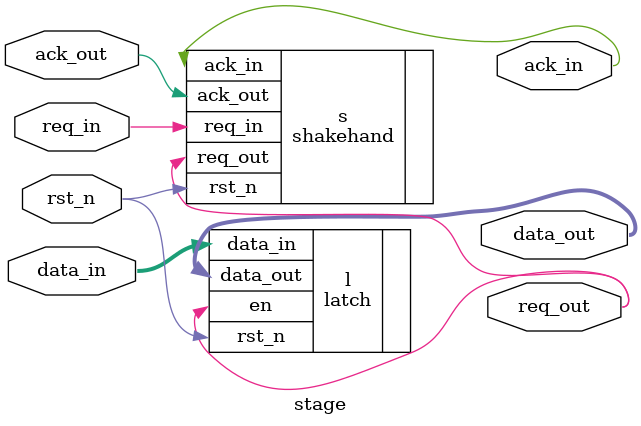
<source format=v>
module stage(
  rst_n,
  data_in,
  data_out,
  req_in,
  req_out,
  ack_in,
  ack_out);
  input rst_n;
  input[2:0] data_in;
  output wire[2:0] data_out;
  input req_in;
  input ack_out;
  output req_out;
  output ack_in;

  shakehand s(
   .req_in(req_in),
  .req_out(req_out),
  .rst_n(rst_n),
  .ack_in(ack_in),
  .ack_out(ack_out));
    latch l(
   .rst_n(rst_n),
   .en(req_out),
   .data_in(data_in),
   .data_out(data_out));
   endmodule
</source>
